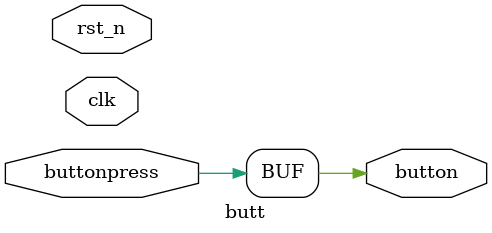
<source format=v>
`timescale 1ns / 1ps
module butt(
	input clk,
	input rst_n,
	input buttonpress,
	
	output button
);

assign button = buttonpress;// valid; // buttonpress; //valid;


reg [31:0] cycle_count;

reg valid;
reg sgcycle;

always@(posedge clk or negedge rst_n)
begin
	if(~rst_n)
	begin
		valid<=0;
		cycle_count<=0;
		sgcycle<=0;
	end
	else
	begin
		if(buttonpress)
		begin
			if(cycle_count==32'd999)
			begin
				if(!sgcycle)
				begin
					valid<=1;
					sgcycle<=1;
				end
				else
				begin
					valid<=0;
				end
			end
			else
			begin
				cycle_count<=cycle_count+32'h1;
			end
		end
		else
		begin
			cycle_count<=32'h0;
			valid<=0;
			sgcycle<=0;
		end
	end

end


endmodule

</source>
